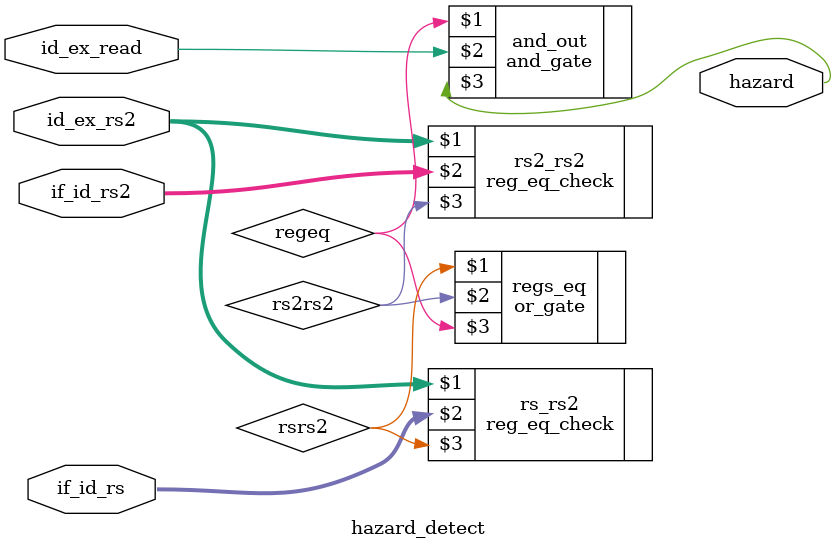
<source format=v>
module hazard_detect(
  input wire id_ex_read,
  input wire [4:0] id_ex_rs2,
  input wire [4:0] if_id_rs,
  input wire [4:0] if_id_rs2,
  output wire hazard
);

//reg_eq_check a_reg_eq(r1,r2,out)
wire rsrs2;
wire rs2rs2;
reg_eq_check rs_rs2(id_ex_rs2,if_id_rs,rsrs2);
reg_eq_check rs2_rs2(id_ex_rs2,if_id_rs2,rs2rs2);

wire regeq;
or_gate regs_eq(rsrs2,rs2rs2,regeq);

and_gate and_out(regeq,id_ex_read, hazard);

endmodule

</source>
